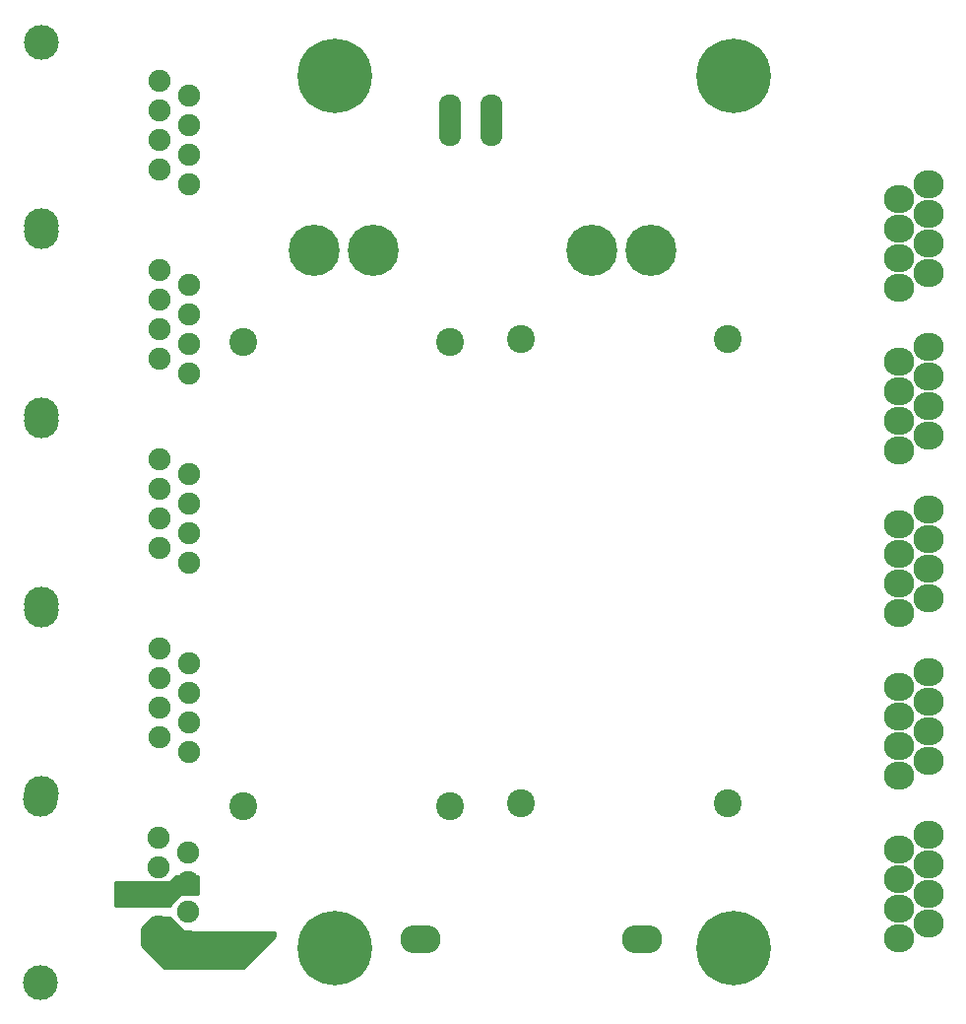
<source format=gts>
G04 #@! TF.FileFunction,Soldermask,Top*
%FSLAX46Y46*%
G04 Gerber Fmt 4.6, Leading zero omitted, Abs format (unit mm)*
G04 Created by KiCad (PCBNEW 4.0.7) date 10/13/19 14:19:05*
%MOMM*%
%LPD*%
G01*
G04 APERTURE LIST*
%ADD10C,0.100000*%
%ADD11C,1.900000*%
%ADD12C,3.000000*%
%ADD13C,6.400000*%
%ADD14C,2.400000*%
%ADD15O,3.448000X2.432000*%
%ADD16C,4.400000*%
%ADD17O,2.600000X2.400000*%
%ADD18O,1.924000X4.464000*%
%ADD19C,0.254000*%
G04 APERTURE END LIST*
D10*
D11*
X67640200Y-109550200D03*
X67640200Y-107010200D03*
X67640200Y-104470200D03*
X67640200Y-101930200D03*
X70180200Y-110820200D03*
X70180200Y-108280200D03*
X70180200Y-105740200D03*
X70180200Y-103200200D03*
D12*
X57480200Y-98628200D03*
X57480200Y-114376200D03*
D11*
X67640200Y-93294200D03*
X67640200Y-90754200D03*
X67640200Y-88214200D03*
X67640200Y-85674200D03*
X70180200Y-94564200D03*
X70180200Y-92024200D03*
X70180200Y-89484200D03*
X70180200Y-86944200D03*
D12*
X57480200Y-82372200D03*
X57480200Y-98120200D03*
D13*
X117068600Y-52806600D03*
D14*
X74904600Y-115544600D03*
X92684600Y-115544600D03*
X92684600Y-75666600D03*
X74904600Y-75666600D03*
D13*
X82778600Y-127736600D03*
D15*
X90144600Y-126974600D03*
X109194600Y-126974600D03*
D16*
X86080600Y-67792600D03*
X81000600Y-67792600D03*
D13*
X117068600Y-127736600D03*
X82778600Y-52806600D03*
D16*
X109956600Y-67792600D03*
X104876600Y-67792600D03*
D11*
X67589400Y-125806200D03*
X67589400Y-123266200D03*
X67589400Y-120726200D03*
X67589400Y-118186200D03*
X70129400Y-127076200D03*
X70129400Y-124536200D03*
X70129400Y-121996200D03*
X70129400Y-119456200D03*
D12*
X57429400Y-114884200D03*
X57429400Y-130632200D03*
D11*
X67640200Y-60782200D03*
X67640200Y-58242200D03*
X67640200Y-55702200D03*
X67640200Y-53162200D03*
X70180200Y-62052200D03*
X70180200Y-59512200D03*
X70180200Y-56972200D03*
X70180200Y-54432200D03*
D12*
X57480200Y-49860200D03*
X57480200Y-65608200D03*
D14*
X98780600Y-115290600D03*
X116560600Y-115290600D03*
X116560600Y-75412600D03*
X98780600Y-75412600D03*
D17*
X133781800Y-69697600D03*
X133781800Y-67157600D03*
X133781800Y-64617600D03*
X133781800Y-62077600D03*
X131241800Y-70967600D03*
X131241800Y-68427600D03*
X131241800Y-65887600D03*
X131241800Y-63347600D03*
X133781800Y-111607600D03*
X133781800Y-109067600D03*
X133781800Y-106527600D03*
X133781800Y-103987600D03*
X131241800Y-112877600D03*
X131241800Y-110337600D03*
X131241800Y-107797600D03*
X131241800Y-105257600D03*
X133781800Y-125577600D03*
X133781800Y-123037600D03*
X133781800Y-120497600D03*
X133781800Y-117957600D03*
X131241800Y-126847600D03*
X131241800Y-124307600D03*
X131241800Y-121767600D03*
X131241800Y-119227600D03*
X133781800Y-97637600D03*
X133781800Y-95097600D03*
X133781800Y-92557600D03*
X133781800Y-90017600D03*
X131241800Y-98907600D03*
X131241800Y-96367600D03*
X131241800Y-93827600D03*
X131241800Y-91287600D03*
X133781800Y-83667600D03*
X133781800Y-81127600D03*
X133781800Y-78587600D03*
X133781800Y-76047600D03*
X131241800Y-84937600D03*
X131241800Y-82397600D03*
X131241800Y-79857600D03*
X131241800Y-77317600D03*
D11*
X67640200Y-77038200D03*
X67640200Y-74498200D03*
X67640200Y-71958200D03*
X67640200Y-69418200D03*
X70180200Y-78308200D03*
X70180200Y-75768200D03*
X70180200Y-73228200D03*
X70180200Y-70688200D03*
D12*
X57480200Y-66116200D03*
X57480200Y-81864200D03*
D18*
X92684600Y-56616600D03*
X96240600Y-56616600D03*
D19*
G36*
X69734797Y-126302403D02*
X69776811Y-126330266D01*
X69824600Y-126339600D01*
X77571600Y-126339600D01*
X77571600Y-126667994D01*
X74851994Y-129387600D01*
X68099206Y-129387600D01*
X66141600Y-127429994D01*
X66141600Y-126011206D01*
X67083206Y-125069600D01*
X68501994Y-125069600D01*
X69734797Y-126302403D01*
X69734797Y-126302403D01*
G37*
X69734797Y-126302403D02*
X69776811Y-126330266D01*
X69824600Y-126339600D01*
X77571600Y-126339600D01*
X77571600Y-126667994D01*
X74851994Y-129387600D01*
X68099206Y-129387600D01*
X66141600Y-127429994D01*
X66141600Y-126011206D01*
X67083206Y-125069600D01*
X68501994Y-125069600D01*
X69734797Y-126302403D01*
G36*
X70967600Y-123037600D02*
X69570600Y-123037600D01*
X69521190Y-123047606D01*
X69480797Y-123074797D01*
X68501994Y-124053600D01*
X63855600Y-124053600D01*
X63855600Y-122021600D01*
X68554600Y-122021600D01*
X68604010Y-122011594D01*
X68644403Y-121984403D01*
X69115206Y-121513600D01*
X70967600Y-121513600D01*
X70967600Y-123037600D01*
X70967600Y-123037600D01*
G37*
X70967600Y-123037600D02*
X69570600Y-123037600D01*
X69521190Y-123047606D01*
X69480797Y-123074797D01*
X68501994Y-124053600D01*
X63855600Y-124053600D01*
X63855600Y-122021600D01*
X68554600Y-122021600D01*
X68604010Y-122011594D01*
X68644403Y-121984403D01*
X69115206Y-121513600D01*
X70967600Y-121513600D01*
X70967600Y-123037600D01*
M02*

</source>
